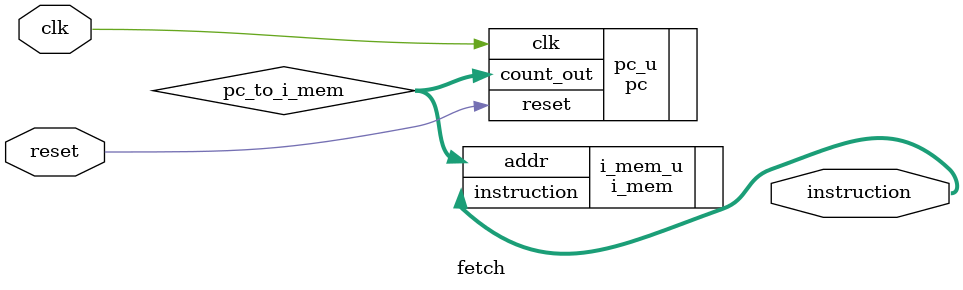
<source format=v>
module fetch (	clk, reset,
				instruction);

input clk, reset;

output [31:0] instruction;

///////////////////
wire [31:0] pc_to_i_mem;
///////////////////

pc pc_u 
(
.clk(clk),
.reset(reset),
.count_out(pc_to_i_mem)
);
		
i_mem i_mem_u 
(
.addr(pc_to_i_mem), 
.instruction(instruction),
);

endmodule
</source>
